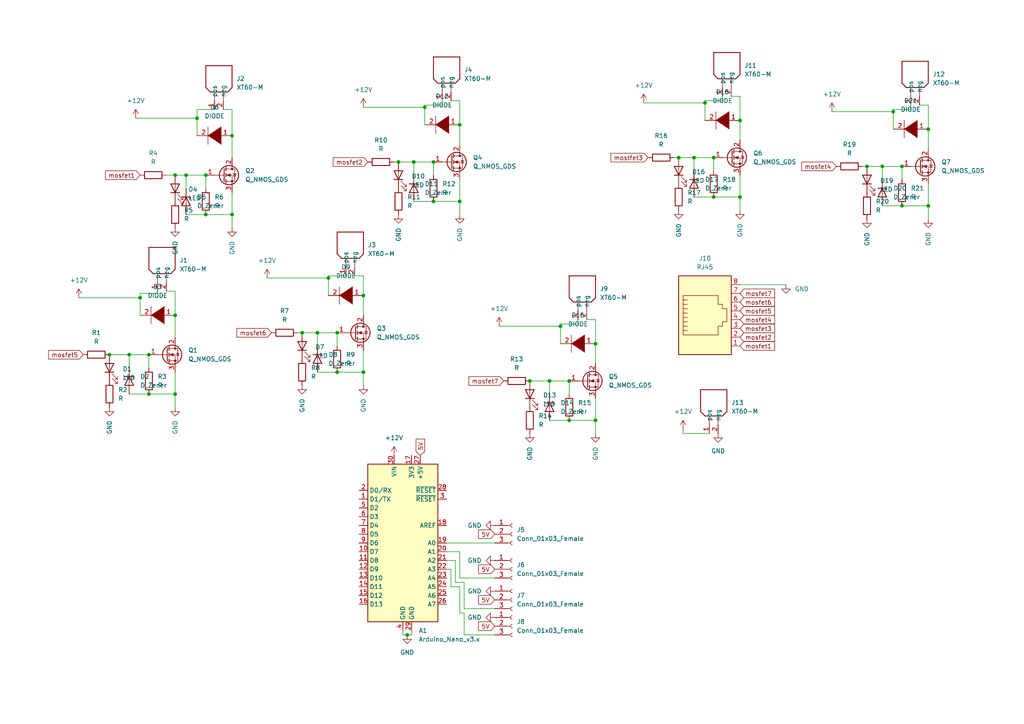
<source format=kicad_sch>
(kicad_sch (version 20211123) (generator eeschema)
  (paper "A4")
  (lib_symbols
    (symbol "Connector:Conn_01x03_Female" (pin_names (offset 1.016) hide)
      (property "Reference" "J" (at 0 5.08 0))
      (property "Value" "Conn_01x03_Female" (at 0 -5.08 0))
      (symbol "Conn_01x03_Female_1_1"
        (arc (start 0 -2.032) (mid -0.508 -2.54) (end 0 -3.048) (stroke (width 0.1524)))
        (polyline (pts (xy -1.27 -2.54) (xy -0.508 -2.54)) (stroke (width 0.1524)))
        (polyline (pts (xy -1.27 0) (xy -0.508 0)) (stroke (width 0.1524)))
        (polyline (pts (xy -1.27 2.54) (xy -0.508 2.54)) (stroke (width 0.1524)))
        (arc (start 0 0.508) (mid -0.508 0) (end 0 -0.508) (stroke (width 0.1524)))
        (arc (start 0 3.048) (mid -0.508 2.54) (end 0 2.032) (stroke (width 0.1524)))
        (pin passive line (at -5.08 2.54 0) (length 3.81) (name "Pin_1") (number "1"))
        (pin passive line (at -5.08 0 0) (length 3.81) (name "Pin_2") (number "2"))
        (pin passive line (at -5.08 -2.54 0) (length 3.81) (name "Pin_3") (number "3"))
      )
    )
    (symbol "Connector:RJ45" (pin_names (offset 1.016))
      (property "Reference" "J" (at -5.08 13.97 0))
      (property "Value" "RJ45" (at 2.54 13.97 0))
      (symbol "RJ45_0_1"
        (polyline (pts (xy -5.08 4.445) (xy -6.35 4.445)))
        (polyline (pts (xy -5.08 5.715) (xy -6.35 5.715)))
        (polyline (pts (xy -6.35 -3.175) (xy -5.08 -3.175) (xy -5.08 -3.175)))
        (polyline (pts (xy -6.35 -1.905) (xy -5.08 -1.905) (xy -5.08 -1.905)))
        (polyline (pts (xy -6.35 -0.635) (xy -5.08 -0.635) (xy -5.08 -0.635)))
        (polyline (pts (xy -6.35 0.635) (xy -5.08 0.635) (xy -5.08 0.635)))
        (polyline (pts (xy -6.35 1.905) (xy -5.08 1.905) (xy -5.08 1.905)))
        (polyline (pts (xy -5.08 3.175) (xy -6.35 3.175) (xy -6.35 3.175)))
        (polyline (pts (xy -6.35 -4.445) (xy -6.35 6.985) (xy 3.81 6.985) (xy 3.81 4.445) (xy 5.08 4.445) (xy 5.08 3.175) (xy 6.35 3.175) (xy 6.35 -0.635) (xy 5.08 -0.635) (xy 5.08 -1.905) (xy 3.81 -1.905) (xy 3.81 -4.445) (xy -6.35 -4.445) (xy -6.35 -4.445)))
        (rectangle (start 7.62 12.7) (end -7.62 -10.16) (stroke (width 0.254)) (fill (type background)))
      )
      (symbol "RJ45_1_1"
        (pin passive line (at 10.16 -7.62 180) (length 2.54) (name "~") (number "1"))
        (pin passive line (at 10.16 -5.08 180) (length 2.54) (name "~") (number "2"))
        (pin passive line (at 10.16 -2.54 180) (length 2.54) (name "~") (number "3"))
        (pin passive line (at 10.16 0 180) (length 2.54) (name "~") (number "4"))
        (pin passive line (at 10.16 2.54 180) (length 2.54) (name "~") (number "5"))
        (pin passive line (at 10.16 5.08 180) (length 2.54) (name "~") (number "6"))
        (pin passive line (at 10.16 7.62 180) (length 2.54) (name "~") (number "7"))
        (pin passive line (at 10.16 10.16 180) (length 2.54) (name "~") (number "8"))
      )
    )
    (symbol "Device:D_Zener" (pin_numbers hide) (pin_names (offset 1.016) hide)
      (property "Reference" "D" (at 0 2.54 0))
      (property "Value" "D_Zener" (at 0 -2.54 0))
      (symbol "D_Zener_0_1"
        (polyline (pts (xy 1.27 0) (xy -1.27 0)))
        (polyline (pts (xy -1.27 -1.27) (xy -1.27 1.27) (xy -0.762 1.27)) (stroke (width 0.254)))
        (polyline (pts (xy 1.27 -1.27) (xy 1.27 1.27) (xy -1.27 0) (xy 1.27 -1.27)) (stroke (width 0.254)))
      )
      (symbol "D_Zener_1_1"
        (pin passive line (at -3.81 0 0) (length 2.54) (name "K") (number "1"))
        (pin passive line (at 3.81 0 180) (length 2.54) (name "A") (number "2"))
      )
    )
    (symbol "Device:LED" (pin_numbers hide) (pin_names (offset 1.016) hide)
      (property "Reference" "D" (at 0 2.54 0))
      (property "Value" "LED" (at 0 -2.54 0))
      (symbol "LED_0_1"
        (polyline (pts (xy -1.27 -1.27) (xy -1.27 1.27)) (stroke (width 0.254)))
        (polyline (pts (xy -1.27 0) (xy 1.27 0)))
        (polyline (pts (xy 1.27 -1.27) (xy 1.27 1.27) (xy -1.27 0) (xy 1.27 -1.27)) (stroke (width 0.254)))
        (polyline (pts (xy -3.048 -0.762) (xy -4.572 -2.286) (xy -3.81 -2.286) (xy -4.572 -2.286) (xy -4.572 -1.524)))
        (polyline (pts (xy -1.778 -0.762) (xy -3.302 -2.286) (xy -2.54 -2.286) (xy -3.302 -2.286) (xy -3.302 -1.524)))
      )
      (symbol "LED_1_1"
        (pin passive line (at -3.81 0 0) (length 2.54) (name "K") (number "1"))
        (pin passive line (at 3.81 0 180) (length 2.54) (name "A") (number "2"))
      )
    )
    (symbol "Device:Q_NMOS_GDS" (pin_names (offset 0) hide)
      (property "Reference" "Q" (at 5.08 1.27 0))
      (property "Value" "Q_NMOS_GDS" (at 5.08 -1.27 0))
      (symbol "Q_NMOS_GDS_0_1"
        (polyline (pts (xy 0.254 0) (xy -2.54 0)))
        (polyline (pts (xy 0.254 1.905) (xy 0.254 -1.905)) (stroke (width 0.254)))
        (polyline (pts (xy 0.762 -1.27) (xy 0.762 -2.286)) (stroke (width 0.254)))
        (polyline (pts (xy 0.762 0.508) (xy 0.762 -0.508)) (stroke (width 0.254)))
        (polyline (pts (xy 0.762 2.286) (xy 0.762 1.27)) (stroke (width 0.254)))
        (polyline (pts (xy 2.54 2.54) (xy 2.54 1.778)))
        (polyline (pts (xy 2.54 -2.54) (xy 2.54 0) (xy 0.762 0)))
        (polyline (pts (xy 0.762 -1.778) (xy 3.302 -1.778) (xy 3.302 1.778) (xy 0.762 1.778)))
        (polyline (pts (xy 1.016 0) (xy 2.032 0.381) (xy 2.032 -0.381) (xy 1.016 0)) (fill (type outline)))
        (polyline (pts (xy 2.794 0.508) (xy 2.921 0.381) (xy 3.683 0.381) (xy 3.81 0.254)))
        (polyline (pts (xy 3.302 0.381) (xy 2.921 -0.254) (xy 3.683 -0.254) (xy 3.302 0.381)))
        (circle (center 1.651 0) (radius 2.794) (stroke (width 0.254)))
        (circle (center 2.54 -1.778) (radius 0.254) (fill (type outline)))
        (circle (center 2.54 1.778) (radius 0.254) (fill (type outline)))
      )
      (symbol "Q_NMOS_GDS_1_1"
        (pin input line (at -5.08 0 0) (length 2.54) (name "G") (number "1"))
        (pin passive line (at 2.54 5.08 270) (length 2.54) (name "D") (number "2"))
        (pin passive line (at 2.54 -5.08 90) (length 2.54) (name "S") (number "3"))
      )
    )
    (symbol "Device:R" (pin_numbers hide) (pin_names (offset 0))
      (property "Reference" "R" (at 2.032 0 90))
      (property "Value" "R" (at 0 0 90))
      (symbol "R_0_1"
        (rectangle (start -1.016 -2.54) (end 1.016 2.54) (stroke (width 0.254)))
      )
      (symbol "R_1_1"
        (pin passive line (at 0 3.81 270) (length 1.27) (name "~") (number "1"))
        (pin passive line (at 0 -3.81 90) (length 1.27) (name "~") (number "2"))
      )
    )
    (symbol "GND_1" (power) (pin_names (offset 0))
      (property "Value" "GND_1" (at 0 -3.81 0))
      (symbol "GND_1_0_1"
        (polyline (pts (xy 0 0) (xy 0 -1.27) (xy 1.27 -1.27) (xy 0 -2.54) (xy -1.27 -1.27) (xy 0 -1.27)))
      )
      (symbol "GND_1_1_1"
        (pin power_in line (at 0 0 270) (length 0) hide (name "GND") (number "1"))
      )
    )
    (symbol "GND_2" (power) (pin_names (offset 0))
      (property "Value" "GND_2" (at 0 -3.81 0))
      (symbol "GND_2_0_1"
        (polyline (pts (xy 0 0) (xy 0 -1.27) (xy 1.27 -1.27) (xy 0 -2.54) (xy -1.27 -1.27) (xy 0 -1.27)))
      )
      (symbol "GND_2_1_1"
        (pin power_in line (at 0 0 270) (length 0) hide (name "GND") (number "1"))
      )
    )
    (symbol "MCU_Module:Arduino_Nano_v3.x"
      (property "Reference" "A" (at -10.16 23.495 0))
      (property "Value" "Arduino_Nano_v3.x" (at 5.08 -24.13 0))
      (symbol "Arduino_Nano_v3.x_0_1"
        (rectangle (start -10.16 22.86) (end 10.16 -22.86) (stroke (width 0.254)) (fill (type background)))
      )
      (symbol "Arduino_Nano_v3.x_1_1"
        (pin bidirectional line (at -12.7 12.7 0) (length 2.54) (name "D1/TX") (number "1"))
        (pin bidirectional line (at -12.7 -2.54 0) (length 2.54) (name "D7") (number "10"))
        (pin bidirectional line (at -12.7 -5.08 0) (length 2.54) (name "D8") (number "11"))
        (pin bidirectional line (at -12.7 -7.62 0) (length 2.54) (name "D9") (number "12"))
        (pin bidirectional line (at -12.7 -10.16 0) (length 2.54) (name "D10") (number "13"))
        (pin bidirectional line (at -12.7 -12.7 0) (length 2.54) (name "D11") (number "14"))
        (pin bidirectional line (at -12.7 -15.24 0) (length 2.54) (name "D12") (number "15"))
        (pin bidirectional line (at -12.7 -17.78 0) (length 2.54) (name "D13") (number "16"))
        (pin power_out line (at 2.54 25.4 270) (length 2.54) (name "3V3") (number "17"))
        (pin input line (at 12.7 5.08 180) (length 2.54) (name "AREF") (number "18"))
        (pin bidirectional line (at 12.7 0 180) (length 2.54) (name "A0") (number "19"))
        (pin bidirectional line (at -12.7 15.24 0) (length 2.54) (name "D0/RX") (number "2"))
        (pin bidirectional line (at 12.7 -2.54 180) (length 2.54) (name "A1") (number "20"))
        (pin bidirectional line (at 12.7 -5.08 180) (length 2.54) (name "A2") (number "21"))
        (pin bidirectional line (at 12.7 -7.62 180) (length 2.54) (name "A3") (number "22"))
        (pin bidirectional line (at 12.7 -10.16 180) (length 2.54) (name "A4") (number "23"))
        (pin bidirectional line (at 12.7 -12.7 180) (length 2.54) (name "A5") (number "24"))
        (pin bidirectional line (at 12.7 -15.24 180) (length 2.54) (name "A6") (number "25"))
        (pin bidirectional line (at 12.7 -17.78 180) (length 2.54) (name "A7") (number "26"))
        (pin power_out line (at 5.08 25.4 270) (length 2.54) (name "+5V") (number "27"))
        (pin input line (at 12.7 15.24 180) (length 2.54) (name "~{RESET}") (number "28"))
        (pin power_in line (at 2.54 -25.4 90) (length 2.54) (name "GND") (number "29"))
        (pin input line (at 12.7 12.7 180) (length 2.54) (name "~{RESET}") (number "3"))
        (pin power_in line (at -2.54 25.4 270) (length 2.54) (name "VIN") (number "30"))
        (pin power_in line (at 0 -25.4 90) (length 2.54) (name "GND") (number "4"))
        (pin bidirectional line (at -12.7 10.16 0) (length 2.54) (name "D2") (number "5"))
        (pin bidirectional line (at -12.7 7.62 0) (length 2.54) (name "D3") (number "6"))
        (pin bidirectional line (at -12.7 5.08 0) (length 2.54) (name "D4") (number "7"))
        (pin bidirectional line (at -12.7 2.54 0) (length 2.54) (name "D5") (number "8"))
        (pin bidirectional line (at -12.7 0 0) (length 2.54) (name "D6") (number "9"))
      )
    )
    (symbol "groundLib:XT60-M" (pin_names (offset 1.016))
      (property "Reference" "J" (at 0 6.35 0))
      (property "Value" "XT60-M" (at 0 -5.08 0))
      (symbol "XT60-M_0_0"
        (polyline (pts (xy 0 -1.27) (xy 1.27 -2.54)) (stroke (width 0.254)))
        (polyline (pts (xy 0 2.54) (xy 0 -1.27)) (stroke (width 0.254)))
        (polyline (pts (xy 0 3.81) (xy 0 2.54)) (stroke (width 0.254)))
        (polyline (pts (xy 0 3.81) (xy 1.27 5.08)) (stroke (width 0.254)))
        (polyline (pts (xy 1.27 -2.54) (xy 7.62 -2.54)) (stroke (width 0.254)))
        (polyline (pts (xy 7.62 -2.54) (xy 7.62 5.08)) (stroke (width 0.254)))
        (polyline (pts (xy 7.62 5.08) (xy 1.27 5.08)) (stroke (width 0.254)))
      )
      (symbol "XT60-M_0_1"
        (polyline (pts (xy -2.54 0) (xy 0 0)))
        (polyline (pts (xy -2.54 2.54) (xy 0 2.54)))
      )
      (symbol "XT60-M_1_1"
        (pin input line (at -5.08 2.54 0) (length 2.54) (name "pos") (number "1"))
        (pin input line (at -5.08 0 0) (length 2.54) (name "neg") (number "2"))
      )
    )
    (symbol "power:+12V" (power) (pin_names (offset 0))
      (property "Value" "+12V" (at 0 3.556 0))
      (symbol "+12V_0_1"
        (polyline (pts (xy -0.762 1.27) (xy 0 2.54)))
        (polyline (pts (xy 0 0) (xy 0 2.54)))
        (polyline (pts (xy 0 2.54) (xy 0.762 1.27)))
      )
      (symbol "+12V_1_1"
        (pin power_in line (at 0 0 90) (length 0) hide (name "+12V") (number "1"))
      )
    )
    (symbol "power:GND" (power) (pin_names (offset 0))
      (property "Value" "GND" (at 0 -3.81 0))
      (symbol "GND_0_1"
        (polyline (pts (xy 0 0) (xy 0 -1.27) (xy 1.27 -1.27) (xy 0 -2.54) (xy -1.27 -1.27) (xy 0 -1.27)))
      )
      (symbol "GND_1_1"
        (pin power_in line (at 0 0 270) (length 0) hide (name "GND") (number "1"))
      )
    )
    (symbol "pspice:DIODE" (pin_names (offset 1.016) hide)
      (property "Reference" "D" (at 0 3.81 0))
      (property "Value" "DIODE" (at 0 -4.445 0))
      (symbol "DIODE_0_1"
        (polyline (pts (xy 1.905 2.54) (xy 1.905 -2.54)))
        (polyline (pts (xy -1.905 2.54) (xy -1.905 -2.54) (xy 1.905 0)) (fill (type outline)))
      )
      (symbol "DIODE_1_1"
        (pin input line (at -5.08 0 0) (length 3.81) (name "K") (number "1"))
        (pin input line (at 5.08 0 180) (length 3.81) (name "A") (number "2"))
      )
    )
  )
  (junction (at 159.385 110.49))
  (junction (at 87.63 96.52))
  (junction (at 214.63 34.925))
  (junction (at 67.31 62.23))
  (junction (at 259.08 32.385))
  (junction (at 165.1 121.92))
  (junction (at 97.79 96.52))
  (junction (at 123.19 31.115))
  (junction (at 31.75 102.87))
  (junction (at 43.18 114.3))
  (junction (at 97.79 107.95))
  (junction (at 125.73 46.99))
  (junction (at 43.18 102.87))
  (junction (at 204.47 29.845))
  (junction (at 105.41 107.95))
  (junction (at 172.72 99.695))
  (junction (at 214.63 57.15))
  (junction (at 115.57 46.99))
  (junction (at 261.62 59.69))
  (junction (at 133.35 58.42))
  (junction (at 50.8 50.8))
  (junction (at 105.41 85.725))
  (junction (at 59.69 62.23))
  (junction (at 67.31 39.37))
  (junction (at 50.8 114.3))
  (junction (at 125.73 58.42))
  (junction (at 201.295 45.72))
  (junction (at 162.56 94.615))
  (junction (at 92.075 96.52))
  (junction (at 50.8 91.44))
  (junction (at 40.64 86.36))
  (junction (at 269.24 59.69))
  (junction (at 255.905 48.26))
  (junction (at 133.35 36.195))
  (junction (at 269.24 37.465))
  (junction (at 251.46 48.26))
  (junction (at 95.25 80.645))
  (junction (at 165.1 110.49))
  (junction (at 207.01 45.72))
  (junction (at 172.72 121.92))
  (junction (at 120.015 46.99))
  (junction (at 153.67 110.49))
  (junction (at 53.975 50.8))
  (junction (at 37.465 102.87))
  (junction (at 196.85 45.72))
  (junction (at 261.62 48.26))
  (junction (at 118.11 184.15))
  (junction (at 59.69 50.8))
  (junction (at 57.15 34.29))
  (junction (at 207.01 57.15))
  (wire (pts (xy 87.63 96.52) (xy 92.075 96.52)))
  (wire (pts (xy 50.8 84.455) (xy 48.26 84.455)))
  (wire (pts (xy 57.15 31.75) (xy 57.15 34.29)))
  (wire (pts (xy 172.72 121.92) (xy 172.72 125.73)))
  (wire (pts (xy 119.38 182.88) (xy 119.38 184.15)))
  (wire (pts (xy 214.63 57.15) (xy 214.63 60.96)))
  (wire (pts (xy 132.08 168.91) (xy 132.08 162.56)))
  (wire (pts (xy 125.73 46.99) (xy 125.73 50.8)))
  (wire (pts (xy 59.69 50.8) (xy 59.69 54.61)))
  (wire (pts (xy 132.08 162.56) (xy 129.54 162.56)))
  (wire (pts (xy 53.975 62.23) (xy 59.69 62.23)))
  (wire (pts (xy 40.64 86.36) (xy 22.86 86.36)))
  (wire (pts (xy 130.81 165.1) (xy 129.54 165.1)))
  (wire (pts (xy 95.25 80.645) (xy 95.25 85.725)))
  (wire (pts (xy 92.075 107.95) (xy 97.79 107.95)))
  (wire (pts (xy 207.01 45.72) (xy 207.01 49.53)))
  (wire (pts (xy 40.64 86.36) (xy 40.64 91.44)))
  (wire (pts (xy 50.8 84.455) (xy 50.8 91.44)))
  (wire (pts (xy 133.35 52.07) (xy 133.35 58.42)))
  (wire (pts (xy 250.19 48.26) (xy 251.46 48.26)))
  (wire (pts (xy 59.69 62.23) (xy 67.31 62.23)))
  (wire (pts (xy 120.015 46.99) (xy 120.015 50.8)))
  (wire (pts (xy 261.62 59.69) (xy 269.24 59.69)))
  (wire (pts (xy 134.62 168.91) (xy 132.08 168.91)))
  (wire (pts (xy 165.1 110.49) (xy 165.1 114.3)))
  (wire (pts (xy 134.62 176.53) (xy 134.62 168.91)))
  (wire (pts (xy 195.58 45.72) (xy 196.85 45.72)))
  (wire (pts (xy 159.385 110.49) (xy 159.385 114.3)))
  (wire (pts (xy 62.23 31.75) (xy 57.15 31.75)))
  (wire (pts (xy 50.8 50.8) (xy 53.975 50.8)))
  (wire (pts (xy 133.35 36.195) (xy 133.35 41.91)))
  (wire (pts (xy 95.25 80.01) (xy 95.25 80.645)))
  (wire (pts (xy 269.24 30.48) (xy 269.24 37.465)))
  (wire (pts (xy 133.35 29.21) (xy 130.81 29.21)))
  (wire (pts (xy 123.19 31.115) (xy 105.41 31.115)))
  (wire (pts (xy 120.015 58.42) (xy 125.73 58.42)))
  (wire (pts (xy 97.79 96.52) (xy 97.79 100.33)))
  (wire (pts (xy 133.35 29.21) (xy 133.35 36.195)))
  (wire (pts (xy 67.31 55.88) (xy 67.31 62.23)))
  (wire (pts (xy 92.075 96.52) (xy 97.79 96.52)))
  (wire (pts (xy 57.15 34.29) (xy 57.15 39.37)))
  (wire (pts (xy 207.01 57.15) (xy 214.63 57.15)))
  (wire (pts (xy 105.41 80.01) (xy 105.41 85.725)))
  (wire (pts (xy 97.79 107.95) (xy 105.41 107.95)))
  (wire (pts (xy 167.64 92.71) (xy 167.64 93.98)))
  (wire (pts (xy 172.72 99.695) (xy 172.72 105.41)))
  (wire (pts (xy 67.31 45.72) (xy 67.31 39.37)))
  (wire (pts (xy 134.62 184.15) (xy 134.62 177.8)))
  (wire (pts (xy 37.465 102.87) (xy 43.18 102.87)))
  (wire (pts (xy 40.64 85.09) (xy 40.64 86.36)))
  (wire (pts (xy 119.38 184.15) (xy 118.11 184.15)))
  (wire (pts (xy 269.24 37.465) (xy 269.24 43.18)))
  (wire (pts (xy 37.465 114.3) (xy 43.18 114.3)))
  (wire (pts (xy 129.54 157.48) (xy 143.51 157.48)))
  (wire (pts (xy 204.47 29.845) (xy 204.47 34.925)))
  (wire (pts (xy 116.84 184.15) (xy 116.84 182.88)))
  (wire (pts (xy 134.62 177.8) (xy 133.35 177.8)))
  (wire (pts (xy 48.26 50.8) (xy 50.8 50.8)))
  (wire (pts (xy 269.24 59.69) (xy 269.24 63.5)))
  (wire (pts (xy 201.295 57.15) (xy 207.01 57.15)))
  (wire (pts (xy 125.73 58.42) (xy 133.35 58.42)))
  (wire (pts (xy 120.015 46.99) (xy 125.73 46.99)))
  (wire (pts (xy 159.385 121.92) (xy 165.1 121.92)))
  (wire (pts (xy 128.27 30.48) (xy 123.19 30.48)))
  (wire (pts (xy 196.85 45.72) (xy 201.295 45.72)))
  (wire (pts (xy 105.41 80.01) (xy 102.87 80.01)))
  (wire (pts (xy 45.72 85.09) (xy 45.72 84.455)))
  (wire (pts (xy 172.72 92.71) (xy 172.72 99.695)))
  (wire (pts (xy 170.18 92.71) (xy 172.72 92.71)))
  (wire (pts (xy 251.46 48.26) (xy 255.905 48.26)))
  (wire (pts (xy 255.905 59.69) (xy 261.62 59.69)))
  (wire (pts (xy 259.08 31.75) (xy 259.08 32.385)))
  (wire (pts (xy 264.16 30.48) (xy 264.16 31.75)))
  (wire (pts (xy 261.62 48.26) (xy 261.62 52.07)))
  (wire (pts (xy 114.3 46.99) (xy 115.57 46.99)))
  (wire (pts (xy 130.81 170.18) (xy 130.81 165.1)))
  (wire (pts (xy 143.51 176.53) (xy 134.62 176.53)))
  (wire (pts (xy 118.11 184.15) (xy 116.84 184.15)))
  (wire (pts (xy 269.24 53.34) (xy 269.24 59.69)))
  (wire (pts (xy 43.18 102.87) (xy 43.18 106.68)))
  (wire (pts (xy 128.27 29.21) (xy 128.27 30.48)))
  (wire (pts (xy 133.35 167.64) (xy 133.35 160.02)))
  (wire (pts (xy 115.57 46.99) (xy 120.015 46.99)))
  (wire (pts (xy 214.63 27.94) (xy 212.09 27.94)))
  (wire (pts (xy 100.33 80.01) (xy 95.25 80.01)))
  (wire (pts (xy 201.295 45.72) (xy 201.295 49.53)))
  (wire (pts (xy 172.72 115.57) (xy 172.72 121.92)))
  (wire (pts (xy 167.64 93.98) (xy 162.56 93.98)))
  (wire (pts (xy 123.19 31.115) (xy 123.19 36.195)))
  (wire (pts (xy 86.36 96.52) (xy 87.63 96.52)))
  (wire (pts (xy 209.55 29.21) (xy 204.47 29.21)))
  (wire (pts (xy 43.18 114.3) (xy 50.8 114.3)))
  (wire (pts (xy 57.15 34.29) (xy 39.37 34.29)))
  (wire (pts (xy 162.56 94.615) (xy 144.78 94.615)))
  (wire (pts (xy 95.25 80.645) (xy 77.47 80.645)))
  (wire (pts (xy 133.35 160.02) (xy 129.54 160.02)))
  (wire (pts (xy 53.975 50.8) (xy 53.975 54.61)))
  (wire (pts (xy 133.35 177.8) (xy 133.35 170.18)))
  (wire (pts (xy 162.56 94.615) (xy 162.56 99.695)))
  (wire (pts (xy 92.075 96.52) (xy 92.075 100.33)))
  (wire (pts (xy 259.08 32.385) (xy 241.3 32.385)))
  (wire (pts (xy 143.51 184.15) (xy 134.62 184.15)))
  (wire (pts (xy 162.56 93.98) (xy 162.56 94.615)))
  (wire (pts (xy 165.1 121.92) (xy 172.72 121.92)))
  (wire (pts (xy 264.16 31.75) (xy 259.08 31.75)))
  (wire (pts (xy 50.8 97.79) (xy 50.8 91.44)))
  (wire (pts (xy 214.63 50.8) (xy 214.63 57.15)))
  (wire (pts (xy 50.8 107.95) (xy 50.8 114.3)))
  (wire (pts (xy 204.47 29.21) (xy 204.47 29.845)))
  (wire (pts (xy 201.295 45.72) (xy 207.01 45.72)))
  (wire (pts (xy 209.55 27.94) (xy 209.55 29.21)))
  (wire (pts (xy 205.74 125.73) (xy 198.12 125.73)))
  (wire (pts (xy 105.41 101.6) (xy 105.41 107.95)))
  (wire (pts (xy 159.385 110.49) (xy 165.1 110.49)))
  (wire (pts (xy 133.35 170.18) (xy 130.81 170.18)))
  (wire (pts (xy 123.19 30.48) (xy 123.19 31.115)))
  (wire (pts (xy 31.75 102.87) (xy 37.465 102.87)))
  (wire (pts (xy 214.63 34.925) (xy 214.63 40.64)))
  (wire (pts (xy 214.63 27.94) (xy 214.63 34.925)))
  (wire (pts (xy 133.35 58.42) (xy 133.35 62.23)))
  (wire (pts (xy 198.12 125.73) (xy 198.12 124.46)))
  (wire (pts (xy 105.41 85.725) (xy 105.41 91.44)))
  (wire (pts (xy 153.67 110.49) (xy 159.385 110.49)))
  (wire (pts (xy 143.51 167.64) (xy 133.35 167.64)))
  (wire (pts (xy 67.31 31.75) (xy 64.77 31.75)))
  (wire (pts (xy 50.8 114.3) (xy 50.8 118.11)))
  (wire (pts (xy 255.905 48.26) (xy 255.905 52.07)))
  (wire (pts (xy 37.465 102.87) (xy 37.465 106.68)))
  (wire (pts (xy 53.975 50.8) (xy 59.69 50.8)))
  (wire (pts (xy 204.47 29.845) (xy 186.69 29.845)))
  (wire (pts (xy 259.08 32.385) (xy 259.08 37.465)))
  (wire (pts (xy 105.41 107.95) (xy 105.41 111.76)))
  (wire (pts (xy 67.31 62.23) (xy 67.31 66.04)))
  (wire (pts (xy 269.24 30.48) (xy 266.7 30.48)))
  (wire (pts (xy 45.72 85.09) (xy 40.64 85.09)))
  (wire (pts (xy 214.63 82.55) (xy 227.965 82.55)))
  (wire (pts (xy 255.905 48.26) (xy 261.62 48.26)))
  (wire (pts (xy 67.31 31.75) (xy 67.31 39.37)))
  (global_label "mosfet7" (shape input) (at 214.63 85.09 0) (property "Intersheet References" "${INTERSHEET_REFS}" (effects hide)))
  (global_label "5V" (shape input) (at 121.92 132.08 90) (property "Intersheet References" "${INTERSHEET_REFS}" (effects hide)))
  (global_label "mosfet6" (shape input) (at 214.63 87.63 0) (property "Intersheet References" "${INTERSHEET_REFS}" (effects hide)))
  (global_label "mosfet4" (shape input) (at 242.57 48.26 180) (property "Intersheet References" "${INTERSHEET_REFS}" (effects hide)))
  (global_label "5V" (shape input) (at 143.51 173.99 180) (property "Intersheet References" "${INTERSHEET_REFS}" (effects hide)))
  (global_label "mosfet5" (shape input) (at 24.13 102.87 180) (property "Intersheet References" "${INTERSHEET_REFS}" (effects hide)))
  (global_label "5V" (shape input) (at 143.51 154.94 180) (property "Intersheet References" "${INTERSHEET_REFS}" (effects hide)))
  (global_label "mosfet1" (shape input) (at 40.64 50.8 180) (property "Intersheet References" "${INTERSHEET_REFS}" (effects hide)))
  (global_label "mosfet1" (shape input) (at 214.63 100.33 0) (property "Intersheet References" "${INTERSHEET_REFS}" (effects hide)))
  (global_label "mosfet2" (shape input) (at 214.63 97.79 0) (property "Intersheet References" "${INTERSHEET_REFS}" (effects hide)))
  (global_label "mosfet4" (shape input) (at 214.63 92.71 0) (property "Intersheet References" "${INTERSHEET_REFS}" (effects hide)))
  (global_label "mosfet3" (shape input) (at 214.63 95.25 0) (property "Intersheet References" "${INTERSHEET_REFS}" (effects hide)))
  (global_label "5V" (shape input) (at 143.51 165.1 180) (property "Intersheet References" "${INTERSHEET_REFS}" (effects hide)))
  (global_label "mosfet5" (shape input) (at 214.63 90.17 0) (property "Intersheet References" "${INTERSHEET_REFS}" (effects hide)))
  (global_label "mostfet3" (shape input) (at 187.96 45.72 180) (property "Intersheet References" "${INTERSHEET_REFS}" (effects hide)))
  (global_label "5V" (shape input) (at 143.51 181.61 180) (property "Intersheet References" "${INTERSHEET_REFS}" (effects hide)))
  (global_label "mosfet2" (shape input) (at 106.68 46.99 180) (property "Intersheet References" "${INTERSHEET_REFS}" (effects hide)))
  (global_label "mosfet6" (shape input) (at 78.74 96.52 180) (property "Intersheet References" "${INTERSHEET_REFS}" (effects hide)))
  (global_label "mosfet7" (shape input) (at 146.05 110.49 180) (property "Intersheet References" "${INTERSHEET_REFS}" (effects hide)))
  (symbol (lib_id "Device:R") (at 196.85 57.15 0) (unit 1)
    (property "Reference" "R17" (at 199.39 55.8799 0) (effects (justify left)))
    (property "Value" "R" (at 199.39 58.4199 0) (effects (justify left)))
    (property "Footprint" "Resistor_THT:R_Axial_DIN0204_L3.6mm_D1.6mm_P7.62mm_Horizontal" (effects hide))
  )
  (symbol (lib_id "Connector:Conn_01x03_Female") (at 148.59 181.61 0) (unit 1)
    (property "Reference" "J8" (at 149.86 180.3399 0) (effects (justify left)))
    (property "Value" "Conn_01x03_Female" (at 149.86 182.8799 0) (effects (justify left)))
  )
  (symbol (lib_id "power:+12V") (at 105.41 31.115 0) (unit 1)
    (property "Reference" "#PWR0126" (effects hide))
    (property "Value" "+12V" (at 105.41 26.035 0))
  )
  (symbol (lib_id "groundLib:XT60-M") (at 208.28 120.65 90) (unit 1)
    (property "Reference" "J13" (at 212.09 116.7764 90) (effects (justify right)))
    (property "Value" "XT60-M" (at 212.09 119.3164 90) (effects (justify right)))
    (property "Footprint" "AMASS_XT60-M" (effects hide))
    (property "MAXIMUM_PACKAGE_HEIGHT" "16.00 mm" (effects hide))
    (property "MANUFACTURER" "AMASS" (effects hide))
    (property "PARTREV" "V1.2" (effects hide))
    (property "STANDARD" "IPC 7351B" (effects hide))
  )
  (symbol (lib_id "power:GND") (at 50.8 66.04 0) (unit 1)
    (property "Reference" "#PWR0103" (effects hide))
    (property "Value" "GND" (at 50.8001 69.85 90) (effects (justify right)))
  )
  (symbol (lib_id "Connector:Conn_01x03_Female") (at 148.59 154.94 0) (unit 1)
    (property "Reference" "J5" (at 149.86 153.6699 0) (effects (justify left)))
    (property "Value" "Conn_01x03_Female" (at 149.86 156.2099 0) (effects (justify left)))
  )
  (symbol (lib_id "pspice:DIODE") (at 209.55 34.925 180) (unit 1)
    (property "Reference" "D18" (at 209.55 26.67 0))
    (property "Value" "DIODE" (at 209.55 29.21 0))
    (property "Footprint" "Diode_THT:D_A-405_P10.16mm_Horizontal" (effects hide))
  )
  (symbol (lib_id "Device:R") (at 97.79 104.14 180) (unit 1)
    (property "Reference" "R9" (at 100.33 102.8699 0) (effects (justify right)))
    (property "Value" "R" (at 100.33 105.4099 0) (effects (justify right)))
    (property "Footprint" "Resistor_THT:R_Axial_DIN0204_L3.6mm_D1.6mm_P7.62mm_Horizontal" (effects hide))
  )
  (symbol (lib_id "Connector:Conn_01x03_Female") (at 148.59 173.99 0) (unit 1)
    (property "Reference" "J7" (at 149.86 172.7199 0) (effects (justify left)))
    (property "Value" "Conn_01x03_Female" (at 149.86 175.2599 0) (effects (justify left)))
  )
  (symbol (lib_id "Device:D_Zener") (at 120.015 54.61 270) (unit 1)
    (property "Reference" "D11" (at 123.19 53.3399 90) (effects (justify left)))
    (property "Value" "D_Zener" (at 123.19 55.8799 90) (effects (justify left)))
    (property "Footprint" "Diode_THT:D_A-405_P7.62mm_Horizontal" (effects hide))
  )
  (symbol (lib_id "power:GND") (at 208.28 125.73 0) (unit 1)
    (property "Reference" "#PWR0129" (effects hide))
    (property "Value" "GND" (at 208.28 130.81 0))
  )
  (symbol (lib_id "Device:Q_NMOS_GDS") (at 170.18 110.49 0) (unit 1)
    (property "Reference" "Q5" (at 176.53 109.2199 0) (effects (justify left)))
    (property "Value" "Q_NMOS_GDS" (at 176.53 111.7599 0) (effects (justify left)))
    (property "Footprint" "Package_TO_SOT_THT:TO-220-3_Vertical" (effects hide))
  )
  (symbol (lib_id "Device:D_Zener") (at 37.465 110.49 270) (unit 1)
    (property "Reference" "D2" (at 40.64 109.2199 90) (effects (justify left)))
    (property "Value" "D_Zener" (at 40.64 111.7599 90) (effects (justify left)))
    (property "Footprint" "Diode_THT:D_A-405_P7.62mm_Horizontal" (effects hide))
  )
  (symbol (lib_id "groundLib:XT60-M") (at 266.7 25.4 90) (unit 1)
    (property "Reference" "J12" (at 270.51 21.5264 90) (effects (justify right)))
    (property "Value" "XT60-M" (at 270.51 24.0664 90) (effects (justify right)))
    (property "Footprint" "AMASS_XT60-M" (effects hide))
    (property "MAXIMUM_PACKAGE_HEIGHT" "16.00 mm" (effects hide))
    (property "MANUFACTURER" "AMASS" (effects hide))
    (property "PARTREV" "V1.2" (effects hide))
    (property "STANDARD" "IPC 7351B" (effects hide))
  )
  (symbol (lib_id "power:+12V") (at 144.78 94.615 0) (unit 1)
    (property "Reference" "#PWR0106" (effects hide))
    (property "Value" "+12V" (at 144.78 89.535 0))
  )
  (symbol (lib_id "power:GND") (at 269.24 63.5 0) (unit 1)
    (property "Reference" "#PWR0122" (effects hide))
    (property "Value" "GND" (at 269.2401 67.31 90) (effects (justify right)))
  )
  (symbol (lib_id "Device:LED") (at 153.67 114.3 90) (unit 1)
    (property "Reference" "D13" (at 157.48 114.6174 90) (effects (justify right)))
    (property "Value" "LED" (at 157.48 117.1574 90) (effects (justify right)))
    (property "Footprint" "LED_THT:LED_D3.0mm_Clear" (effects hide))
  )
  (symbol (lib_id "Device:R") (at 153.67 121.92 0) (unit 1)
    (property "Reference" "R14" (at 156.21 120.6499 0) (effects (justify left)))
    (property "Value" "R" (at 156.21 123.1899 0) (effects (justify left)))
    (property "Footprint" "Resistor_THT:R_Axial_DIN0204_L3.6mm_D1.6mm_P7.62mm_Horizontal" (effects hide))
  )
  (symbol (lib_id "Device:LED") (at 50.8 54.61 90) (unit 1)
    (property "Reference" "D4" (at 54.61 54.9274 90) (effects (justify right)))
    (property "Value" "LED" (at 54.61 57.4674 90) (effects (justify right)))
    (property "Footprint" "LED_THT:LED_D3.0mm_Clear" (effects hide))
  )
  (symbol (lib_id "Device:LED") (at 251.46 52.07 90) (unit 1)
    (property "Reference" "D19" (at 255.27 52.3874 90) (effects (justify right)))
    (property "Value" "LED" (at 255.27 54.9274 90) (effects (justify right)))
    (property "Footprint" "LED_THT:LED_D3.0mm_Clear" (effects hide))
  )
  (symbol (lib_id "Device:R") (at 43.18 110.49 180) (unit 1)
    (property "Reference" "R3" (at 45.72 109.2199 0) (effects (justify right)))
    (property "Value" "R" (at 45.72 111.7599 0) (effects (justify right)))
    (property "Footprint" "Resistor_THT:R_Axial_DIN0204_L3.6mm_D1.6mm_P7.62mm_Horizontal" (effects hide))
  )
  (symbol (lib_id "power:GND") (at 172.72 125.73 0) (unit 1)
    (property "Reference" "#PWR0105" (effects hide))
    (property "Value" "GND" (at 172.7201 129.54 90) (effects (justify right)))
  )
  (symbol (lib_id "power:GND") (at 251.46 63.5 0) (unit 1)
    (property "Reference" "#PWR0123" (effects hide))
    (property "Value" "GND" (at 251.4601 67.31 90) (effects (justify right)))
  )
  (symbol (lib_id "Device:Q_NMOS_GDS") (at 64.77 50.8 0) (unit 1)
    (property "Reference" "Q2" (at 71.12 49.5299 0) (effects (justify left)))
    (property "Value" "Q_NMOS_GDS" (at 71.12 52.0699 0) (effects (justify left)))
    (property "Footprint" "Package_TO_SOT_THT:TO-220-3_Vertical" (effects hide))
  )
  (symbol (lib_id "Device:R") (at 44.45 50.8 90) (unit 1)
    (property "Reference" "R4" (at 44.45 44.45 90))
    (property "Value" "R" (at 44.45 46.99 90))
    (property "Footprint" "Resistor_THT:R_Axial_DIN0204_L3.6mm_D1.6mm_P7.62mm_Horizontal" (effects hide))
  )
  (symbol (lib_id "MCU_Module:Arduino_Nano_v3.x") (at 116.84 157.48 0) (unit 1)
    (property "Reference" "A1" (at 121.3994 182.88 0) (effects (justify left)))
    (property "Value" "Arduino_Nano_v3.x" (at 121.3994 185.42 0) (effects (justify left)))
    (property "Footprint" "Module:Arduino_Nano" (effects hide))
    (property "Datasheet" "http://www.mouser.com/pdfdocs/Gravitech_Arduino_Nano3_0.pdf" (effects hide))
  )
  (symbol (lib_id "Device:D_Zener") (at 201.295 53.34 270) (unit 1)
    (property "Reference" "D17" (at 204.47 52.0699 90) (effects (justify left)))
    (property "Value" "D_Zener" (at 204.47 54.6099 90) (effects (justify left)))
    (property "Footprint" "Diode_THT:D_A-405_P7.62mm_Horizontal" (effects hide))
  )
  (symbol (lib_id "Device:LED") (at 87.63 100.33 90) (unit 1)
    (property "Reference" "D7" (at 91.44 100.6474 90) (effects (justify right)))
    (property "Value" "LED" (at 91.44 103.1874 90) (effects (justify right)))
    (property "Footprint" "LED_THT:LED_D3.0mm_Clear" (effects hide))
  )
  (symbol (lib_id "Device:R") (at 191.77 45.72 90) (unit 1)
    (property "Reference" "R16" (at 191.77 39.37 90))
    (property "Value" "R" (at 191.77 41.91 90))
    (property "Footprint" "Resistor_THT:R_Axial_DIN0204_L3.6mm_D1.6mm_P7.62mm_Horizontal" (effects hide))
  )
  (symbol (lib_id "pspice:DIODE") (at 62.23 39.37 180) (unit 1)
    (property "Reference" "D6" (at 62.23 31.115 0))
    (property "Value" "DIODE" (at 62.23 33.655 0))
    (property "Footprint" "Diode_THT:D_A-405_P10.16mm_Horizontal" (effects hide))
  )
  (symbol (lib_id "groundLib:XT60-M") (at 102.87 74.93 90) (unit 1)
    (property "Reference" "J3" (at 106.68 71.0564 90) (effects (justify right)))
    (property "Value" "XT60-M" (at 106.68 73.5964 90) (effects (justify right)))
    (property "Footprint" "Launchbox:AMASS_XT60-M" (effects hide))
    (property "MAXIMUM_PACKAGE_HEIGHT" "16.00 mm" (effects hide))
    (property "MANUFACTURER" "AMASS" (effects hide))
    (property "PARTREV" "V1.2" (effects hide))
    (property "STANDARD" "IPC 7351B" (effects hide))
  )
  (symbol (lib_id "Device:LED") (at 31.75 106.68 90) (unit 1)
    (property "Reference" "D1" (at 35.56 106.9974 90) (effects (justify right)))
    (property "Value" "LED" (at 35.56 109.5374 90) (effects (justify right)))
    (property "Footprint" "LED_THT:LED_D3.0mm_Clear" (effects hide))
  )
  (symbol (lib_id "Device:LED") (at 115.57 50.8 90) (unit 1)
    (property "Reference" "D10" (at 119.38 51.1174 90) (effects (justify right)))
    (property "Value" "LED" (at 119.38 53.6574 90) (effects (justify right)))
    (property "Footprint" "LED_THT:LED_D3.0mm_Clear" (effects hide))
  )
  (symbol (lib_id "groundLib:XT60-M") (at 170.18 87.63 90) (unit 1)
    (property "Reference" "J9" (at 173.99 83.7564 90) (effects (justify right)))
    (property "Value" "XT60-M" (at 173.99 86.2964 90) (effects (justify right)))
    (property "Footprint" "AMASS_XT60-M" (effects hide))
    (property "MAXIMUM_PACKAGE_HEIGHT" "16.00 mm" (effects hide))
    (property "MANUFACTURER" "AMASS" (effects hide))
    (property "PARTREV" "V1.2" (effects hide))
    (property "STANDARD" "IPC 7351B" (effects hide))
  )
  (symbol (lib_id "Device:R") (at 82.55 96.52 90) (unit 1)
    (property "Reference" "R7" (at 82.55 90.17 90))
    (property "Value" "R" (at 82.55 92.71 90))
    (property "Footprint" "Resistor_THT:R_Axial_DIN0204_L3.6mm_D1.6mm_P7.62mm_Horizontal" (effects hide))
  )
  (symbol (lib_name "GND_1") (lib_id "power:GND") (at 143.51 162.56 270) (unit 1)
    (property "Reference" "#PWR0118" (effects hide))
    (property "Value" "GND" (at 139.7 162.5599 90) (effects (justify right)))
  )
  (symbol (lib_id "power:GND") (at 196.85 60.96 0) (unit 1)
    (property "Reference" "#PWR0120" (effects hide))
    (property "Value" "GND" (at 196.8501 64.77 90) (effects (justify right)))
  )
  (symbol (lib_id "power:+12V") (at 77.47 80.645 0) (unit 1)
    (property "Reference" "#PWR0113" (effects hide))
    (property "Value" "+12V" (at 77.47 75.565 0))
  )
  (symbol (lib_id "power:GND") (at 153.67 125.73 0) (unit 1)
    (property "Reference" "#PWR0110" (effects hide))
    (property "Value" "GND" (at 153.6701 129.54 90) (effects (justify right)))
  )
  (symbol (lib_id "groundLib:XT60-M") (at 130.81 24.13 90) (unit 1)
    (property "Reference" "J4" (at 134.62 20.2564 90) (effects (justify right)))
    (property "Value" "XT60-M" (at 134.62 22.7964 90) (effects (justify right)))
    (property "Footprint" "AMASS_XT60-M" (effects hide))
    (property "MAXIMUM_PACKAGE_HEIGHT" "16.00 mm" (effects hide))
    (property "MANUFACTURER" "AMASS" (effects hide))
    (property "PARTREV" "V1.2" (effects hide))
    (property "STANDARD" "IPC 7351B" (effects hide))
  )
  (symbol (lib_id "Device:D_Zener") (at 255.905 55.88 270) (unit 1)
    (property "Reference" "D20" (at 259.08 54.6099 90) (effects (justify left)))
    (property "Value" "D_Zener" (at 259.08 57.1499 90) (effects (justify left)))
    (property "Footprint" "Diode_THT:D_A-405_P7.62mm_Horizontal" (effects hide))
  )
  (symbol (lib_id "Device:R") (at 149.86 110.49 90) (unit 1)
    (property "Reference" "R13" (at 149.86 104.14 90))
    (property "Value" "R" (at 149.86 106.68 90))
    (property "Footprint" "Resistor_THT:R_Axial_DIN0204_L3.6mm_D1.6mm_P7.62mm_Horizontal" (effects hide))
  )
  (symbol (lib_id "Device:Q_NMOS_GDS") (at 212.09 45.72 0) (unit 1)
    (property "Reference" "Q6" (at 218.44 44.4499 0) (effects (justify left)))
    (property "Value" "Q_NMOS_GDS" (at 218.44 46.9899 0) (effects (justify left)))
    (property "Footprint" "Package_TO_SOT_THT:TO-220-3_Vertical" (effects hide))
  )
  (symbol (lib_id "power:GND") (at 87.63 111.76 0) (unit 1)
    (property "Reference" "#PWR0109" (effects hide))
    (property "Value" "GND" (at 87.6301 115.57 90) (effects (justify right)))
  )
  (symbol (lib_id "Device:R") (at 50.8 62.23 0) (unit 1)
    (property "Reference" "R5" (at 53.34 60.9599 0) (effects (justify left)))
    (property "Value" "R" (at 53.34 63.4999 0) (effects (justify left)))
    (property "Footprint" "Resistor_THT:R_Axial_DIN0204_L3.6mm_D1.6mm_P7.62mm_Horizontal" (effects hide))
  )
  (symbol (lib_id "power:+12V") (at 39.37 34.29 0) (unit 1)
    (property "Reference" "#PWR0111" (effects hide))
    (property "Value" "+12V" (at 39.37 29.21 0))
  )
  (symbol (lib_id "Device:R") (at 251.46 59.69 0) (unit 1)
    (property "Reference" "R20" (at 254 58.4199 0) (effects (justify left)))
    (property "Value" "R" (at 254 60.9599 0) (effects (justify left)))
    (property "Footprint" "Resistor_THT:R_Axial_DIN0204_L3.6mm_D1.6mm_P7.62mm_Horizontal" (effects hide))
  )
  (symbol (lib_id "pspice:DIODE") (at 128.27 36.195 180) (unit 1)
    (property "Reference" "D12" (at 128.27 27.94 0))
    (property "Value" "DIODE" (at 128.27 30.48 0))
    (property "Footprint" "Diode_THT:D_A-405_P10.16mm_Horizontal" (effects hide))
  )
  (symbol (lib_id "groundLib:XT60-M") (at 48.26 79.375 90) (unit 1)
    (property "Reference" "J1" (at 52.07 75.5014 90) (effects (justify right)))
    (property "Value" "XT60-M" (at 52.07 78.0414 90) (effects (justify right)))
    (property "Footprint" "Launchbox:AMASS_XT60-M" (effects hide))
    (property "MAXIMUM_PACKAGE_HEIGHT" "16.00 mm" (effects hide))
    (property "MANUFACTURER" "AMASS" (effects hide))
    (property "PARTREV" "V1.2" (effects hide))
    (property "STANDARD" "IPC 7351B" (effects hide))
  )
  (symbol (lib_id "power:+12V") (at 114.3 132.08 0) (unit 1)
    (property "Reference" "#PWR0108" (effects hide))
    (property "Value" "+12V" (at 114.3 127 0))
  )
  (symbol (lib_id "Device:LED") (at 196.85 49.53 90) (unit 1)
    (property "Reference" "D16" (at 200.66 49.8474 90) (effects (justify right)))
    (property "Value" "LED" (at 200.66 52.3874 90) (effects (justify right)))
    (property "Footprint" "LED_THT:LED_D3.0mm_Clear" (effects hide))
  )
  (symbol (lib_name "GND_1") (lib_id "power:GND") (at 143.51 152.4 270) (unit 1)
    (property "Reference" "#PWR0117" (effects hide))
    (property "Value" "GND" (at 139.7 152.3999 90) (effects (justify right)))
  )
  (symbol (lib_id "Device:R") (at 31.75 114.3 0) (unit 1)
    (property "Reference" "R2" (at 34.29 113.0299 0) (effects (justify left)))
    (property "Value" "R" (at 34.29 115.5699 0) (effects (justify left)))
    (property "Footprint" "Resistor_THT:R_Axial_DIN0204_L3.6mm_D1.6mm_P7.62mm_Horizontal" (effects hide))
  )
  (symbol (lib_id "power:GND") (at 214.63 60.96 0) (unit 1)
    (property "Reference" "#PWR0124" (effects hide))
    (property "Value" "GND" (at 214.6301 64.77 90) (effects (justify right)))
  )
  (symbol (lib_id "groundLib:XT60-M") (at 212.09 22.86 90) (unit 1)
    (property "Reference" "J11" (at 215.9 18.9864 90) (effects (justify right)))
    (property "Value" "XT60-M" (at 215.9 21.5264 90) (effects (justify right)))
    (property "Footprint" "AMASS_XT60-M" (effects hide))
    (property "MAXIMUM_PACKAGE_HEIGHT" "16.00 mm" (effects hide))
    (property "MANUFACTURER" "AMASS" (effects hide))
    (property "PARTREV" "V1.2" (effects hide))
    (property "STANDARD" "IPC 7351B" (effects hide))
  )
  (symbol (lib_id "Connector:RJ45") (at 204.47 92.71 0) (unit 1)
    (property "Reference" "J10" (at 204.47 74.93 0))
    (property "Value" "RJ45" (at 204.47 77.47 0))
  )
  (symbol (lib_id "groundLib:XT60-M") (at 64.77 26.67 90) (unit 1)
    (property "Reference" "J2" (at 68.58 22.7964 90) (effects (justify right)))
    (property "Value" "XT60-M" (at 68.58 25.3364 90) (effects (justify right)))
    (property "Footprint" "AMASS_XT60-M" (effects hide))
    (property "MAXIMUM_PACKAGE_HEIGHT" "16.00 mm" (effects hide))
    (property "MANUFACTURER" "AMASS" (effects hide))
    (property "PARTREV" "V1.2" (effects hide))
    (property "STANDARD" "IPC 7351B" (effects hide))
  )
  (symbol (lib_id "Device:R") (at 125.73 54.61 180) (unit 1)
    (property "Reference" "R12" (at 128.27 53.3399 0) (effects (justify right)))
    (property "Value" "R" (at 128.27 55.8799 0) (effects (justify right)))
    (property "Footprint" "Resistor_THT:R_Axial_DIN0204_L3.6mm_D1.6mm_P7.62mm_Horizontal" (effects hide))
  )
  (symbol (lib_name "GND_1") (lib_id "power:GND") (at 143.51 179.07 270) (unit 1)
    (property "Reference" "#PWR0116" (effects hide))
    (property "Value" "GND" (at 139.7 179.0699 90) (effects (justify right)))
  )
  (symbol (lib_id "pspice:DIODE") (at 264.16 37.465 180) (unit 1)
    (property "Reference" "D21" (at 264.16 29.21 0))
    (property "Value" "DIODE" (at 264.16 31.75 0))
    (property "Footprint" "Diode_THT:D_A-405_P10.16mm_Horizontal" (effects hide))
  )
  (symbol (lib_id "Connector:Conn_01x03_Female") (at 148.59 165.1 0) (unit 1)
    (property "Reference" "J6" (at 149.86 163.8299 0) (effects (justify left)))
    (property "Value" "Conn_01x03_Female" (at 149.86 166.3699 0) (effects (justify left)))
  )
  (symbol (lib_id "Device:Q_NMOS_GDS") (at 48.26 102.87 0) (unit 1)
    (property "Reference" "Q1" (at 54.61 101.5999 0) (effects (justify left)))
    (property "Value" "Q_NMOS_GDS" (at 54.61 104.1399 0) (effects (justify left)))
    (property "Footprint" "Package_TO_SOT_THT:TO-220-3_Vertical" (effects hide))
  )
  (symbol (lib_id "power:GND") (at 105.41 111.76 0) (unit 1)
    (property "Reference" "#PWR0107" (effects hide))
    (property "Value" "GND" (at 105.4101 115.57 90) (effects (justify right)))
  )
  (symbol (lib_id "Device:R") (at 59.69 58.42 180) (unit 1)
    (property "Reference" "R6" (at 62.23 57.1499 0) (effects (justify right)))
    (property "Value" "R" (at 62.23 59.6899 0) (effects (justify right)))
    (property "Footprint" "Resistor_THT:R_Axial_DIN0204_L3.6mm_D1.6mm_P7.62mm_Horizontal" (effects hide))
  )
  (symbol (lib_id "Device:R") (at 165.1 118.11 180) (unit 1)
    (property "Reference" "R15" (at 167.64 116.8399 0) (effects (justify right)))
    (property "Value" "R" (at 167.64 119.3799 0) (effects (justify right)))
    (property "Footprint" "Resistor_THT:R_Axial_DIN0204_L3.6mm_D1.6mm_P7.62mm_Horizontal" (effects hide))
  )
  (symbol (lib_id "power:GND") (at 115.57 62.23 0) (unit 1)
    (property "Reference" "#PWR0127" (effects hide))
    (property "Value" "GND" (at 115.5701 66.04 90) (effects (justify right)))
  )
  (symbol (lib_id "power:GND") (at 31.75 118.11 0) (unit 1)
    (property "Reference" "#PWR0104" (effects hide))
    (property "Value" "GND" (at 31.7501 121.92 90) (effects (justify right)))
  )
  (symbol (lib_id "Device:D_Zener") (at 92.075 104.14 270) (unit 1)
    (property "Reference" "D8" (at 95.25 102.8699 90) (effects (justify left)))
    (property "Value" "D_Zener" (at 95.25 105.4099 90) (effects (justify left)))
    (property "Footprint" "Diode_THT:D_A-405_P7.62mm_Horizontal" (effects hide))
  )
  (symbol (lib_id "power:GND") (at 227.965 82.55 0) (unit 1)
    (property "Reference" "#PWR0121" (effects hide))
    (property "Value" "GND" (at 230.505 83.8199 0) (effects (justify left)))
  )
  (symbol (lib_id "Device:D_Zener") (at 53.975 58.42 270) (unit 1)
    (property "Reference" "D5" (at 57.15 57.1499 90) (effects (justify left)))
    (property "Value" "D_Zener" (at 57.15 59.6899 90) (effects (justify left)))
    (property "Footprint" "Diode_THT:D_A-405_P7.62mm_Horizontal" (effects hide))
  )
  (symbol (lib_id "pspice:DIODE") (at 167.64 99.695 180) (unit 1)
    (property "Reference" "D15" (at 167.64 91.44 0))
    (property "Value" "DIODE" (at 167.64 93.98 0))
    (property "Footprint" "Diode_THT:D_A-405_P10.16mm_Horizontal" (effects hide))
  )
  (symbol (lib_id "power:GND") (at 67.31 66.04 0) (unit 1)
    (property "Reference" "#PWR0112" (effects hide))
    (property "Value" "GND" (at 67.3101 69.85 90) (effects (justify right)))
  )
  (symbol (lib_id "power:GND") (at 133.35 62.23 0) (unit 1)
    (property "Reference" "#PWR0128" (effects hide))
    (property "Value" "GND" (at 133.3501 66.04 90) (effects (justify right)))
  )
  (symbol (lib_id "Device:R") (at 110.49 46.99 90) (unit 1)
    (property "Reference" "R10" (at 110.49 40.64 90))
    (property "Value" "R" (at 110.49 43.18 90))
    (property "Footprint" "Resistor_THT:R_Axial_DIN0204_L3.6mm_D1.6mm_P7.62mm_Horizontal" (effects hide))
  )
  (symbol (lib_id "Device:R") (at 115.57 58.42 0) (unit 1)
    (property "Reference" "R11" (at 118.11 57.1499 0) (effects (justify left)))
    (property "Value" "R" (at 118.11 59.6899 0) (effects (justify left)))
    (property "Footprint" "Resistor_THT:R_Axial_DIN0204_L3.6mm_D1.6mm_P7.62mm_Horizontal" (effects hide))
  )
  (symbol (lib_id "Device:R") (at 207.01 53.34 180) (unit 1)
    (property "Reference" "R18" (at 209.55 52.0699 0) (effects (justify right)))
    (property "Value" "R" (at 209.55 54.6099 0) (effects (justify right)))
    (property "Footprint" "Resistor_THT:R_Axial_DIN0204_L3.6mm_D1.6mm_P7.62mm_Horizontal" (effects hide))
  )
  (symbol (lib_id "Device:R") (at 27.94 102.87 90) (unit 1)
    (property "Reference" "R1" (at 27.94 96.52 90))
    (property "Value" "R" (at 27.94 99.06 90))
    (property "Footprint" "Resistor_THT:R_Axial_DIN0204_L3.6mm_D1.6mm_P7.62mm_Horizontal" (effects hide))
  )
  (symbol (lib_id "Device:R") (at 261.62 55.88 180) (unit 1)
    (property "Reference" "R21" (at 264.16 54.6099 0) (effects (justify right)))
    (property "Value" "R" (at 264.16 57.1499 0) (effects (justify right)))
    (property "Footprint" "Resistor_THT:R_Axial_DIN0204_L3.6mm_D1.6mm_P7.62mm_Horizontal" (effects hide))
  )
  (symbol (lib_id "Device:Q_NMOS_GDS") (at 102.87 96.52 0) (unit 1)
    (property "Reference" "Q3" (at 109.22 95.2499 0) (effects (justify left)))
    (property "Value" "Q_NMOS_GDS" (at 109.22 97.7899 0) (effects (justify left)))
    (property "Footprint" "Package_TO_SOT_THT:TO-220-3_Vertical" (effects hide))
  )
  (symbol (lib_id "power:+12V") (at 198.12 124.46 0) (unit 1)
    (property "Reference" "#PWR0130" (effects hide))
    (property "Value" "+12V" (at 198.12 119.38 0))
  )
  (symbol (lib_id "power:GND") (at 50.8 118.11 0) (unit 1)
    (property "Reference" "#PWR0101" (effects hide))
    (property "Value" "GND" (at 50.8001 121.92 90) (effects (justify right)))
  )
  (symbol (lib_name "GND_2") (lib_id "power:GND") (at 118.11 184.15 0) (unit 1)
    (property "Reference" "#PWR0115" (effects hide))
    (property "Value" "GND" (at 118.11 189.23 0))
  )
  (symbol (lib_id "Device:R") (at 87.63 107.95 0) (unit 1)
    (property "Reference" "R8" (at 90.17 106.6799 0) (effects (justify left)))
    (property "Value" "R" (at 90.17 109.2199 0) (effects (justify left)))
    (property "Footprint" "Resistor_THT:R_Axial_DIN0204_L3.6mm_D1.6mm_P7.62mm_Horizontal" (effects hide))
  )
  (symbol (lib_id "power:+12V") (at 22.86 86.36 0) (unit 1)
    (property "Reference" "#PWR0102" (effects hide))
    (property "Value" "+12V" (at 22.86 81.28 0))
  )
  (symbol (lib_id "Device:Q_NMOS_GDS") (at 130.81 46.99 0) (unit 1)
    (property "Reference" "Q4" (at 137.16 45.7199 0) (effects (justify left)))
    (property "Value" "Q_NMOS_GDS" (at 137.16 48.2599 0) (effects (justify left)))
    (property "Footprint" "Package_TO_SOT_THT:TO-220-3_Vertical" (effects hide))
  )
  (symbol (lib_id "pspice:DIODE") (at 100.33 85.725 180) (unit 1)
    (property "Reference" "D9" (at 100.33 77.47 0))
    (property "Value" "DIODE" (at 100.33 80.01 0))
    (property "Footprint" "Diode_THT:D_A-405_P10.16mm_Horizontal" (effects hide))
  )
  (symbol (lib_id "Device:Q_NMOS_GDS") (at 266.7 48.26 0) (unit 1)
    (property "Reference" "Q7" (at 273.05 46.9899 0) (effects (justify left)))
    (property "Value" "Q_NMOS_GDS" (at 273.05 49.5299 0) (effects (justify left)))
    (property "Footprint" "Package_TO_SOT_THT:TO-220-3_Vertical" (effects hide))
  )
  (symbol (lib_id "pspice:DIODE") (at 45.72 91.44 180) (unit 1)
    (property "Reference" "D3" (at 45.72 83.185 0))
    (property "Value" "DIODE" (at 45.72 85.725 0))
    (property "Footprint" "Diode_THT:D_A-405_P10.16mm_Horizontal" (effects hide))
  )
  (symbol (lib_name "GND_1") (lib_id "power:GND") (at 143.51 171.45 270) (unit 1)
    (property "Reference" "#PWR0114" (effects hide))
    (property "Value" "GND" (at 139.7 171.4499 90) (effects (justify right)))
  )
  (symbol (lib_id "power:+12V") (at 241.3 32.385 0) (unit 1)
    (property "Reference" "#PWR0125" (effects hide))
    (property "Value" "+12V" (at 241.3 27.305 0))
  )
  (symbol (lib_id "power:+12V") (at 186.69 29.845 0) (unit 1)
    (property "Reference" "#PWR0119" (effects hide))
    (property "Value" "+12V" (at 186.69 24.765 0))
  )
  (symbol (lib_id "Device:R") (at 246.38 48.26 90) (unit 1)
    (property "Reference" "R19" (at 246.38 41.91 90))
    (property "Value" "R" (at 246.38 44.45 90))
    (property "Footprint" "Resistor_THT:R_Axial_DIN0204_L3.6mm_D1.6mm_P7.62mm_Horizontal" (effects hide))
  )
  (symbol (lib_id "Device:D_Zener") (at 159.385 118.11 270) (unit 1)
    (property "Reference" "D14" (at 162.56 116.8399 90) (effects (justify left)))
    (property "Value" "D_Zener" (at 162.56 119.3799 90) (effects (justify left)))
    (property "Footprint" "Diode_THT:D_A-405_P7.62mm_Horizontal" (effects hide))
  )
)
</source>
